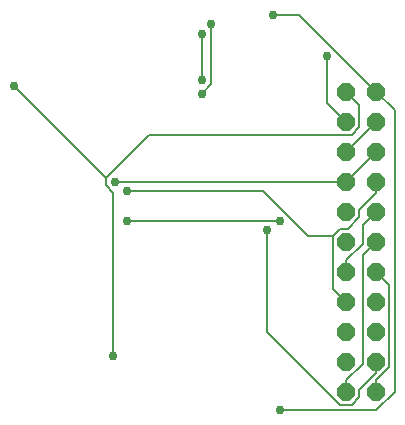
<source format=gbr>
G04 EAGLE Gerber RS-274X export*
G75*
%MOMM*%
%FSLAX34Y34*%
%LPD*%
%INBottom Copper*%
%IPPOS*%
%AMOC8*
5,1,8,0,0,1.08239X$1,22.5*%
G01*
%ADD10P,1.649562X8X112.500000*%
%ADD11P,1.649562X8X292.500000*%
%ADD12C,0.152400*%
%ADD13C,0.756400*%


D10*
X647700Y342900D03*
X647700Y165100D03*
X647700Y139700D03*
X647700Y114300D03*
D11*
X673100Y292100D03*
X673100Y266700D03*
X673100Y241300D03*
X673100Y215900D03*
X673100Y190500D03*
X673100Y165100D03*
X673100Y139700D03*
X673100Y342900D03*
X673100Y114300D03*
D10*
X647700Y88900D03*
D11*
X673100Y88900D03*
D10*
X647700Y317500D03*
D11*
X673100Y317500D03*
D10*
X647700Y292100D03*
X647700Y266700D03*
X647700Y241300D03*
X647700Y215900D03*
X647700Y190500D03*
D12*
X631825Y333375D02*
X631825Y373063D01*
X631825Y333375D02*
X647700Y317500D01*
D13*
X631825Y373063D03*
D12*
X592138Y73025D02*
X673100Y73025D01*
X688975Y88900D01*
X688975Y327025D01*
X673100Y342900D01*
X608013Y407988D02*
X585788Y407988D01*
X608013Y407988D02*
X673100Y342900D01*
D13*
X592138Y73025D03*
X585788Y407988D03*
D12*
X450850Y257175D02*
X450850Y119063D01*
X450850Y257175D02*
X444500Y263525D01*
X444500Y269875D01*
X481013Y306388D01*
X652463Y306388D01*
X658813Y312738D01*
X658813Y331788D01*
X647700Y342900D01*
X444500Y269875D02*
X366713Y347663D01*
D13*
X450850Y119063D03*
X366713Y347663D03*
D12*
X673100Y98425D02*
X673100Y88900D01*
X673100Y98425D02*
X684213Y109538D01*
X684213Y179388D01*
X673100Y190500D01*
X525463Y352425D02*
X525463Y392113D01*
D13*
X525463Y352425D03*
X525463Y392113D03*
D12*
X533400Y349250D02*
X525463Y341313D01*
X533400Y349250D02*
X533400Y400050D01*
D13*
X525463Y341313D03*
X533400Y400050D03*
D12*
X673100Y114300D02*
X673100Y104775D01*
X658813Y90488D01*
X658813Y84138D01*
X652463Y77788D01*
X642938Y77788D01*
X581025Y139700D01*
X581025Y225425D01*
D13*
X581025Y225425D03*
D12*
X647700Y200025D02*
X647700Y190500D01*
X647700Y200025D02*
X661988Y214313D01*
X661988Y230188D01*
X673100Y241300D01*
X673100Y257175D02*
X673100Y266700D01*
X673100Y257175D02*
X658813Y242888D01*
X658813Y236538D01*
X649288Y227013D01*
X642938Y227013D01*
X636588Y220663D01*
X636588Y176213D01*
X647700Y165100D01*
X636588Y220663D02*
X615950Y220663D01*
X577850Y258763D01*
X461963Y258763D01*
D13*
X461963Y258763D03*
D12*
X647700Y266700D02*
X673100Y292100D01*
X647700Y266700D02*
X452438Y266700D01*
D13*
X452438Y266700D03*
D12*
X647700Y98425D02*
X647700Y88900D01*
X647700Y98425D02*
X661988Y112713D01*
X661988Y204788D01*
X673100Y215900D01*
X647700Y292100D02*
X673100Y317500D01*
X592138Y233363D02*
X461963Y233363D01*
D13*
X461963Y233363D03*
X592138Y233363D03*
M02*

</source>
